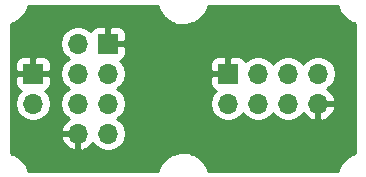
<source format=gbr>
%TF.GenerationSoftware,KiCad,Pcbnew,(5.1.10)-1*%
%TF.CreationDate,2021-09-12T15:17:43+08:00*%
%TF.ProjectId,fc,66632e6b-6963-4616-945f-706362585858,rev?*%
%TF.SameCoordinates,Original*%
%TF.FileFunction,Copper,L2,Bot*%
%TF.FilePolarity,Positive*%
%FSLAX46Y46*%
G04 Gerber Fmt 4.6, Leading zero omitted, Abs format (unit mm)*
G04 Created by KiCad (PCBNEW (5.1.10)-1) date 2021-09-12 15:17:43*
%MOMM*%
%LPD*%
G01*
G04 APERTURE LIST*
%TA.AperFunction,ComponentPad*%
%ADD10R,1.700000X1.700000*%
%TD*%
%TA.AperFunction,ComponentPad*%
%ADD11O,1.700000X1.700000*%
%TD*%
%TA.AperFunction,ViaPad*%
%ADD12C,0.600000*%
%TD*%
%TA.AperFunction,Conductor*%
%ADD13C,0.254000*%
%TD*%
%TA.AperFunction,Conductor*%
%ADD14C,0.350000*%
%TD*%
%ADD15C,0.300000*%
%ADD16C,0.350000*%
G04 APERTURE END LIST*
D10*
%TO.P,J2,1*%
%TO.N,GND*%
X105410000Y-46990000D03*
D11*
%TO.P,J2,2*%
%TO.N,Net-(J2-Pad2)*%
X105410000Y-49530000D03*
%TO.P,J2,3*%
%TO.N,Net-(J2-Pad3)*%
X107950000Y-46990000D03*
%TO.P,J2,4*%
%TO.N,Net-(J2-Pad4)*%
X107950000Y-49530000D03*
%TO.P,J2,5*%
%TO.N,Net-(J2-Pad5)*%
X110490000Y-46990000D03*
%TO.P,J2,6*%
%TO.N,Net-(J2-Pad6)*%
X110490000Y-49530000D03*
%TO.P,J2,7*%
%TO.N,/5v_CON2*%
X113030000Y-46990000D03*
%TO.P,J2,8*%
%TO.N,GND*%
X113030000Y-49530000D03*
%TD*%
D10*
%TO.P,J1,1*%
%TO.N,GND*%
X95250000Y-44450000D03*
D11*
%TO.P,J1,2*%
%TO.N,/5v_CON1*%
X92710000Y-44450000D03*
%TO.P,J1,3*%
%TO.N,Net-(J1-Pad3)*%
X95250000Y-46990000D03*
%TO.P,J1,4*%
%TO.N,Net-(J1-Pad4)*%
X92710000Y-46990000D03*
%TO.P,J1,5*%
%TO.N,Net-(J1-Pad5)*%
X95250000Y-49530000D03*
%TO.P,J1,6*%
%TO.N,Net-(J1-Pad6)*%
X92710000Y-49530000D03*
%TO.P,J1,7*%
%TO.N,Net-(J1-Pad7)*%
X95250000Y-52070000D03*
%TO.P,J1,8*%
%TO.N,GND*%
X92710000Y-52070000D03*
%TD*%
%TO.P,J3,2*%
%TO.N,/5v_PWR*%
X88900000Y-49530000D03*
D10*
%TO.P,J3,1*%
%TO.N,GND*%
X88900000Y-46990000D03*
%TD*%
D12*
%TO.N,GND*%
X103124000Y-52070000D03*
X98806000Y-41910000D03*
X104394000Y-41910000D03*
%TD*%
D13*
%TO.N,GND*%
X99500277Y-41469870D02*
X99523817Y-41524792D01*
X99546637Y-41580159D01*
X99551021Y-41588265D01*
X99701456Y-41861904D01*
X99735221Y-41911217D01*
X99768355Y-41961088D01*
X99774230Y-41968188D01*
X99974951Y-42207397D01*
X100017680Y-42249241D01*
X100059838Y-42291694D01*
X100066980Y-42297519D01*
X100310340Y-42493185D01*
X100360392Y-42525938D01*
X100409987Y-42559391D01*
X100418119Y-42563714D01*
X100418123Y-42563717D01*
X100418127Y-42563719D01*
X100694854Y-42708388D01*
X100750289Y-42730785D01*
X100805461Y-42753978D01*
X100814283Y-42756641D01*
X101113844Y-42844807D01*
X101172560Y-42856007D01*
X101231202Y-42868045D01*
X101240373Y-42868944D01*
X101551353Y-42897245D01*
X101611171Y-42896827D01*
X101670988Y-42897245D01*
X101680160Y-42896345D01*
X101990715Y-42863704D01*
X102049291Y-42851680D01*
X102108070Y-42840468D01*
X102116892Y-42837804D01*
X102415192Y-42745465D01*
X102470335Y-42722285D01*
X102525800Y-42699876D01*
X102533937Y-42695549D01*
X102808621Y-42547028D01*
X102858205Y-42513583D01*
X102908268Y-42480823D01*
X102915409Y-42474999D01*
X103156013Y-42275953D01*
X103198154Y-42233518D01*
X103240903Y-42191654D01*
X103246777Y-42184554D01*
X103444138Y-41942565D01*
X103477241Y-41892741D01*
X103511036Y-41843385D01*
X103515419Y-41835279D01*
X103662019Y-41559565D01*
X103684799Y-41504296D01*
X103708381Y-41449276D01*
X103711105Y-41440473D01*
X103753516Y-41300000D01*
X114686495Y-41300000D01*
X114734535Y-41455192D01*
X114757715Y-41510335D01*
X114780124Y-41565800D01*
X114784451Y-41573937D01*
X114932972Y-41848621D01*
X114966417Y-41898205D01*
X114999177Y-41948268D01*
X115005001Y-41955409D01*
X115204047Y-42196013D01*
X115246482Y-42238154D01*
X115288346Y-42280903D01*
X115295446Y-42286777D01*
X115537435Y-42484138D01*
X115587259Y-42517241D01*
X115636615Y-42551036D01*
X115644721Y-42555419D01*
X115920435Y-42702019D01*
X115975704Y-42724799D01*
X116030724Y-42748381D01*
X116039527Y-42751105D01*
X116180001Y-42793516D01*
X116180000Y-53726495D01*
X116024808Y-53774535D01*
X115969653Y-53797720D01*
X115914200Y-53820124D01*
X115906068Y-53824449D01*
X115906063Y-53824451D01*
X115906059Y-53824454D01*
X115631379Y-53972972D01*
X115581795Y-54006417D01*
X115531732Y-54039177D01*
X115524591Y-54045001D01*
X115283987Y-54244046D01*
X115241863Y-54286465D01*
X115199097Y-54328345D01*
X115193223Y-54335446D01*
X114995862Y-54577435D01*
X114962759Y-54627259D01*
X114928964Y-54676615D01*
X114924581Y-54684721D01*
X114777981Y-54960434D01*
X114755189Y-55015731D01*
X114731619Y-55070725D01*
X114728895Y-55079528D01*
X114686484Y-55220000D01*
X103753609Y-55220000D01*
X103699723Y-55050130D01*
X103676157Y-54995147D01*
X103653362Y-54939841D01*
X103648979Y-54931735D01*
X103498544Y-54658095D01*
X103464755Y-54608748D01*
X103431645Y-54558913D01*
X103425771Y-54551812D01*
X103225049Y-54312603D01*
X103182319Y-54270759D01*
X103140161Y-54228305D01*
X103133020Y-54222481D01*
X102889660Y-54026814D01*
X102839600Y-53994055D01*
X102790014Y-53960609D01*
X102781877Y-53956283D01*
X102505146Y-53811612D01*
X102449711Y-53789215D01*
X102394539Y-53766022D01*
X102385717Y-53763359D01*
X102086156Y-53675193D01*
X102027440Y-53663993D01*
X101968798Y-53651955D01*
X101959627Y-53651056D01*
X101648647Y-53622755D01*
X101588830Y-53623173D01*
X101529012Y-53622755D01*
X101519841Y-53623655D01*
X101519839Y-53623655D01*
X101209285Y-53656296D01*
X101150709Y-53668320D01*
X101091930Y-53679532D01*
X101083108Y-53682196D01*
X100784808Y-53774535D01*
X100729653Y-53797720D01*
X100674200Y-53820124D01*
X100666068Y-53824449D01*
X100666063Y-53824451D01*
X100666059Y-53824454D01*
X100391379Y-53972972D01*
X100341795Y-54006417D01*
X100291732Y-54039177D01*
X100284591Y-54045001D01*
X100043987Y-54244046D01*
X100001863Y-54286465D01*
X99959097Y-54328345D01*
X99953223Y-54335446D01*
X99755862Y-54577435D01*
X99722759Y-54627259D01*
X99688964Y-54676615D01*
X99684581Y-54684721D01*
X99537981Y-54960434D01*
X99515189Y-55015731D01*
X99491619Y-55070725D01*
X99488895Y-55079528D01*
X99446484Y-55220000D01*
X88513505Y-55220000D01*
X88465465Y-55064808D01*
X88442280Y-55009653D01*
X88419876Y-54954200D01*
X88415549Y-54946064D01*
X88415549Y-54946063D01*
X88415546Y-54946059D01*
X88267028Y-54671379D01*
X88233583Y-54621795D01*
X88200823Y-54571732D01*
X88194999Y-54564591D01*
X87995954Y-54323987D01*
X87953535Y-54281863D01*
X87911655Y-54239097D01*
X87904554Y-54233223D01*
X87662565Y-54035862D01*
X87612741Y-54002759D01*
X87563385Y-53968964D01*
X87555279Y-53964581D01*
X87279566Y-53817981D01*
X87224269Y-53795189D01*
X87169275Y-53771619D01*
X87160472Y-53768895D01*
X87020000Y-53726484D01*
X87020000Y-52426890D01*
X91268524Y-52426890D01*
X91313175Y-52574099D01*
X91438359Y-52836920D01*
X91612412Y-53070269D01*
X91828645Y-53265178D01*
X92078748Y-53414157D01*
X92353109Y-53511481D01*
X92583000Y-53390814D01*
X92583000Y-52197000D01*
X91389845Y-52197000D01*
X91268524Y-52426890D01*
X87020000Y-52426890D01*
X87020000Y-47840000D01*
X87411928Y-47840000D01*
X87424188Y-47964482D01*
X87460498Y-48084180D01*
X87519463Y-48194494D01*
X87598815Y-48291185D01*
X87695506Y-48370537D01*
X87805820Y-48429502D01*
X87878380Y-48451513D01*
X87746525Y-48583368D01*
X87584010Y-48826589D01*
X87472068Y-49096842D01*
X87415000Y-49383740D01*
X87415000Y-49676260D01*
X87472068Y-49963158D01*
X87584010Y-50233411D01*
X87746525Y-50476632D01*
X87953368Y-50683475D01*
X88196589Y-50845990D01*
X88466842Y-50957932D01*
X88753740Y-51015000D01*
X89046260Y-51015000D01*
X89333158Y-50957932D01*
X89603411Y-50845990D01*
X89846632Y-50683475D01*
X90053475Y-50476632D01*
X90215990Y-50233411D01*
X90327932Y-49963158D01*
X90385000Y-49676260D01*
X90385000Y-49383740D01*
X90327932Y-49096842D01*
X90215990Y-48826589D01*
X90053475Y-48583368D01*
X89921620Y-48451513D01*
X89994180Y-48429502D01*
X90104494Y-48370537D01*
X90201185Y-48291185D01*
X90280537Y-48194494D01*
X90339502Y-48084180D01*
X90375812Y-47964482D01*
X90388072Y-47840000D01*
X90385000Y-47275750D01*
X90226250Y-47117000D01*
X89027000Y-47117000D01*
X89027000Y-47137000D01*
X88773000Y-47137000D01*
X88773000Y-47117000D01*
X87573750Y-47117000D01*
X87415000Y-47275750D01*
X87411928Y-47840000D01*
X87020000Y-47840000D01*
X87020000Y-46140000D01*
X87411928Y-46140000D01*
X87415000Y-46704250D01*
X87573750Y-46863000D01*
X88773000Y-46863000D01*
X88773000Y-45663750D01*
X89027000Y-45663750D01*
X89027000Y-46863000D01*
X90226250Y-46863000D01*
X90385000Y-46704250D01*
X90388072Y-46140000D01*
X90375812Y-46015518D01*
X90339502Y-45895820D01*
X90280537Y-45785506D01*
X90201185Y-45688815D01*
X90104494Y-45609463D01*
X89994180Y-45550498D01*
X89874482Y-45514188D01*
X89750000Y-45501928D01*
X89185750Y-45505000D01*
X89027000Y-45663750D01*
X88773000Y-45663750D01*
X88614250Y-45505000D01*
X88050000Y-45501928D01*
X87925518Y-45514188D01*
X87805820Y-45550498D01*
X87695506Y-45609463D01*
X87598815Y-45688815D01*
X87519463Y-45785506D01*
X87460498Y-45895820D01*
X87424188Y-46015518D01*
X87411928Y-46140000D01*
X87020000Y-46140000D01*
X87020000Y-44303740D01*
X91225000Y-44303740D01*
X91225000Y-44596260D01*
X91282068Y-44883158D01*
X91394010Y-45153411D01*
X91556525Y-45396632D01*
X91763368Y-45603475D01*
X91937760Y-45720000D01*
X91763368Y-45836525D01*
X91556525Y-46043368D01*
X91394010Y-46286589D01*
X91282068Y-46556842D01*
X91225000Y-46843740D01*
X91225000Y-47136260D01*
X91282068Y-47423158D01*
X91394010Y-47693411D01*
X91556525Y-47936632D01*
X91763368Y-48143475D01*
X91937760Y-48260000D01*
X91763368Y-48376525D01*
X91556525Y-48583368D01*
X91394010Y-48826589D01*
X91282068Y-49096842D01*
X91225000Y-49383740D01*
X91225000Y-49676260D01*
X91282068Y-49963158D01*
X91394010Y-50233411D01*
X91556525Y-50476632D01*
X91763368Y-50683475D01*
X91945534Y-50805195D01*
X91828645Y-50874822D01*
X91612412Y-51069731D01*
X91438359Y-51303080D01*
X91313175Y-51565901D01*
X91268524Y-51713110D01*
X91389845Y-51943000D01*
X92583000Y-51943000D01*
X92583000Y-51923000D01*
X92837000Y-51923000D01*
X92837000Y-51943000D01*
X92857000Y-51943000D01*
X92857000Y-52197000D01*
X92837000Y-52197000D01*
X92837000Y-53390814D01*
X93066891Y-53511481D01*
X93341252Y-53414157D01*
X93591355Y-53265178D01*
X93807588Y-53070269D01*
X93978900Y-52840594D01*
X94096525Y-53016632D01*
X94303368Y-53223475D01*
X94546589Y-53385990D01*
X94816842Y-53497932D01*
X95103740Y-53555000D01*
X95396260Y-53555000D01*
X95683158Y-53497932D01*
X95953411Y-53385990D01*
X96196632Y-53223475D01*
X96403475Y-53016632D01*
X96565990Y-52773411D01*
X96677932Y-52503158D01*
X96735000Y-52216260D01*
X96735000Y-51923740D01*
X96677932Y-51636842D01*
X96565990Y-51366589D01*
X96403475Y-51123368D01*
X96196632Y-50916525D01*
X96022240Y-50800000D01*
X96196632Y-50683475D01*
X96403475Y-50476632D01*
X96565990Y-50233411D01*
X96677932Y-49963158D01*
X96735000Y-49676260D01*
X96735000Y-49383740D01*
X96677932Y-49096842D01*
X96565990Y-48826589D01*
X96403475Y-48583368D01*
X96196632Y-48376525D01*
X96022240Y-48260000D01*
X96196632Y-48143475D01*
X96403475Y-47936632D01*
X96468042Y-47840000D01*
X103921928Y-47840000D01*
X103934188Y-47964482D01*
X103970498Y-48084180D01*
X104029463Y-48194494D01*
X104108815Y-48291185D01*
X104205506Y-48370537D01*
X104315820Y-48429502D01*
X104388380Y-48451513D01*
X104256525Y-48583368D01*
X104094010Y-48826589D01*
X103982068Y-49096842D01*
X103925000Y-49383740D01*
X103925000Y-49676260D01*
X103982068Y-49963158D01*
X104094010Y-50233411D01*
X104256525Y-50476632D01*
X104463368Y-50683475D01*
X104706589Y-50845990D01*
X104976842Y-50957932D01*
X105263740Y-51015000D01*
X105556260Y-51015000D01*
X105843158Y-50957932D01*
X106113411Y-50845990D01*
X106356632Y-50683475D01*
X106563475Y-50476632D01*
X106680000Y-50302240D01*
X106796525Y-50476632D01*
X107003368Y-50683475D01*
X107246589Y-50845990D01*
X107516842Y-50957932D01*
X107803740Y-51015000D01*
X108096260Y-51015000D01*
X108383158Y-50957932D01*
X108653411Y-50845990D01*
X108896632Y-50683475D01*
X109103475Y-50476632D01*
X109220000Y-50302240D01*
X109336525Y-50476632D01*
X109543368Y-50683475D01*
X109786589Y-50845990D01*
X110056842Y-50957932D01*
X110343740Y-51015000D01*
X110636260Y-51015000D01*
X110923158Y-50957932D01*
X111193411Y-50845990D01*
X111436632Y-50683475D01*
X111643475Y-50476632D01*
X111765195Y-50294466D01*
X111834822Y-50411355D01*
X112029731Y-50627588D01*
X112263080Y-50801641D01*
X112525901Y-50926825D01*
X112673110Y-50971476D01*
X112903000Y-50850155D01*
X112903000Y-49657000D01*
X113157000Y-49657000D01*
X113157000Y-50850155D01*
X113386890Y-50971476D01*
X113534099Y-50926825D01*
X113796920Y-50801641D01*
X114030269Y-50627588D01*
X114225178Y-50411355D01*
X114374157Y-50161252D01*
X114471481Y-49886891D01*
X114350814Y-49657000D01*
X113157000Y-49657000D01*
X112903000Y-49657000D01*
X112883000Y-49657000D01*
X112883000Y-49403000D01*
X112903000Y-49403000D01*
X112903000Y-49383000D01*
X113157000Y-49383000D01*
X113157000Y-49403000D01*
X114350814Y-49403000D01*
X114471481Y-49173109D01*
X114374157Y-48898748D01*
X114225178Y-48648645D01*
X114030269Y-48432412D01*
X113800594Y-48261100D01*
X113976632Y-48143475D01*
X114183475Y-47936632D01*
X114345990Y-47693411D01*
X114457932Y-47423158D01*
X114515000Y-47136260D01*
X114515000Y-46843740D01*
X114457932Y-46556842D01*
X114345990Y-46286589D01*
X114183475Y-46043368D01*
X113976632Y-45836525D01*
X113733411Y-45674010D01*
X113463158Y-45562068D01*
X113176260Y-45505000D01*
X112883740Y-45505000D01*
X112596842Y-45562068D01*
X112326589Y-45674010D01*
X112083368Y-45836525D01*
X111876525Y-46043368D01*
X111760000Y-46217760D01*
X111643475Y-46043368D01*
X111436632Y-45836525D01*
X111193411Y-45674010D01*
X110923158Y-45562068D01*
X110636260Y-45505000D01*
X110343740Y-45505000D01*
X110056842Y-45562068D01*
X109786589Y-45674010D01*
X109543368Y-45836525D01*
X109336525Y-46043368D01*
X109220000Y-46217760D01*
X109103475Y-46043368D01*
X108896632Y-45836525D01*
X108653411Y-45674010D01*
X108383158Y-45562068D01*
X108096260Y-45505000D01*
X107803740Y-45505000D01*
X107516842Y-45562068D01*
X107246589Y-45674010D01*
X107003368Y-45836525D01*
X106871513Y-45968380D01*
X106849502Y-45895820D01*
X106790537Y-45785506D01*
X106711185Y-45688815D01*
X106614494Y-45609463D01*
X106504180Y-45550498D01*
X106384482Y-45514188D01*
X106260000Y-45501928D01*
X105695750Y-45505000D01*
X105537000Y-45663750D01*
X105537000Y-46863000D01*
X105557000Y-46863000D01*
X105557000Y-47117000D01*
X105537000Y-47117000D01*
X105537000Y-47137000D01*
X105283000Y-47137000D01*
X105283000Y-47117000D01*
X104083750Y-47117000D01*
X103925000Y-47275750D01*
X103921928Y-47840000D01*
X96468042Y-47840000D01*
X96565990Y-47693411D01*
X96677932Y-47423158D01*
X96735000Y-47136260D01*
X96735000Y-46843740D01*
X96677932Y-46556842D01*
X96565990Y-46286589D01*
X96468043Y-46140000D01*
X103921928Y-46140000D01*
X103925000Y-46704250D01*
X104083750Y-46863000D01*
X105283000Y-46863000D01*
X105283000Y-45663750D01*
X105124250Y-45505000D01*
X104560000Y-45501928D01*
X104435518Y-45514188D01*
X104315820Y-45550498D01*
X104205506Y-45609463D01*
X104108815Y-45688815D01*
X104029463Y-45785506D01*
X103970498Y-45895820D01*
X103934188Y-46015518D01*
X103921928Y-46140000D01*
X96468043Y-46140000D01*
X96403475Y-46043368D01*
X96271620Y-45911513D01*
X96344180Y-45889502D01*
X96454494Y-45830537D01*
X96551185Y-45751185D01*
X96630537Y-45654494D01*
X96689502Y-45544180D01*
X96725812Y-45424482D01*
X96738072Y-45300000D01*
X96735000Y-44735750D01*
X96576250Y-44577000D01*
X95377000Y-44577000D01*
X95377000Y-44597000D01*
X95123000Y-44597000D01*
X95123000Y-44577000D01*
X95103000Y-44577000D01*
X95103000Y-44323000D01*
X95123000Y-44323000D01*
X95123000Y-43123750D01*
X95377000Y-43123750D01*
X95377000Y-44323000D01*
X96576250Y-44323000D01*
X96735000Y-44164250D01*
X96738072Y-43600000D01*
X96725812Y-43475518D01*
X96689502Y-43355820D01*
X96630537Y-43245506D01*
X96551185Y-43148815D01*
X96454494Y-43069463D01*
X96344180Y-43010498D01*
X96224482Y-42974188D01*
X96100000Y-42961928D01*
X95535750Y-42965000D01*
X95377000Y-43123750D01*
X95123000Y-43123750D01*
X94964250Y-42965000D01*
X94400000Y-42961928D01*
X94275518Y-42974188D01*
X94155820Y-43010498D01*
X94045506Y-43069463D01*
X93948815Y-43148815D01*
X93869463Y-43245506D01*
X93810498Y-43355820D01*
X93788487Y-43428380D01*
X93656632Y-43296525D01*
X93413411Y-43134010D01*
X93143158Y-43022068D01*
X92856260Y-42965000D01*
X92563740Y-42965000D01*
X92276842Y-43022068D01*
X92006589Y-43134010D01*
X91763368Y-43296525D01*
X91556525Y-43503368D01*
X91394010Y-43746589D01*
X91282068Y-44016842D01*
X91225000Y-44303740D01*
X87020000Y-44303740D01*
X87020000Y-42793505D01*
X87175192Y-42745465D01*
X87230335Y-42722285D01*
X87285800Y-42699876D01*
X87293937Y-42695549D01*
X87568621Y-42547028D01*
X87618205Y-42513583D01*
X87668268Y-42480823D01*
X87675409Y-42474999D01*
X87916013Y-42275953D01*
X87958154Y-42233518D01*
X88000903Y-42191654D01*
X88006777Y-42184554D01*
X88204138Y-41942565D01*
X88237241Y-41892741D01*
X88271036Y-41843385D01*
X88275419Y-41835279D01*
X88422019Y-41559565D01*
X88444799Y-41504296D01*
X88468381Y-41449276D01*
X88471105Y-41440473D01*
X88513516Y-41300000D01*
X99446391Y-41300000D01*
X99500277Y-41469870D01*
%TA.AperFunction,Conductor*%
D14*
G36*
X99500277Y-41469870D02*
G01*
X99523817Y-41524792D01*
X99546637Y-41580159D01*
X99551021Y-41588265D01*
X99701456Y-41861904D01*
X99735221Y-41911217D01*
X99768355Y-41961088D01*
X99774230Y-41968188D01*
X99974951Y-42207397D01*
X100017680Y-42249241D01*
X100059838Y-42291694D01*
X100066980Y-42297519D01*
X100310340Y-42493185D01*
X100360392Y-42525938D01*
X100409987Y-42559391D01*
X100418119Y-42563714D01*
X100418123Y-42563717D01*
X100418127Y-42563719D01*
X100694854Y-42708388D01*
X100750289Y-42730785D01*
X100805461Y-42753978D01*
X100814283Y-42756641D01*
X101113844Y-42844807D01*
X101172560Y-42856007D01*
X101231202Y-42868045D01*
X101240373Y-42868944D01*
X101551353Y-42897245D01*
X101611171Y-42896827D01*
X101670988Y-42897245D01*
X101680160Y-42896345D01*
X101990715Y-42863704D01*
X102049291Y-42851680D01*
X102108070Y-42840468D01*
X102116892Y-42837804D01*
X102415192Y-42745465D01*
X102470335Y-42722285D01*
X102525800Y-42699876D01*
X102533937Y-42695549D01*
X102808621Y-42547028D01*
X102858205Y-42513583D01*
X102908268Y-42480823D01*
X102915409Y-42474999D01*
X103156013Y-42275953D01*
X103198154Y-42233518D01*
X103240903Y-42191654D01*
X103246777Y-42184554D01*
X103444138Y-41942565D01*
X103477241Y-41892741D01*
X103511036Y-41843385D01*
X103515419Y-41835279D01*
X103662019Y-41559565D01*
X103684799Y-41504296D01*
X103708381Y-41449276D01*
X103711105Y-41440473D01*
X103753516Y-41300000D01*
X114686495Y-41300000D01*
X114734535Y-41455192D01*
X114757715Y-41510335D01*
X114780124Y-41565800D01*
X114784451Y-41573937D01*
X114932972Y-41848621D01*
X114966417Y-41898205D01*
X114999177Y-41948268D01*
X115005001Y-41955409D01*
X115204047Y-42196013D01*
X115246482Y-42238154D01*
X115288346Y-42280903D01*
X115295446Y-42286777D01*
X115537435Y-42484138D01*
X115587259Y-42517241D01*
X115636615Y-42551036D01*
X115644721Y-42555419D01*
X115920435Y-42702019D01*
X115975704Y-42724799D01*
X116030724Y-42748381D01*
X116039527Y-42751105D01*
X116180001Y-42793516D01*
X116180000Y-53726495D01*
X116024808Y-53774535D01*
X115969653Y-53797720D01*
X115914200Y-53820124D01*
X115906068Y-53824449D01*
X115906063Y-53824451D01*
X115906059Y-53824454D01*
X115631379Y-53972972D01*
X115581795Y-54006417D01*
X115531732Y-54039177D01*
X115524591Y-54045001D01*
X115283987Y-54244046D01*
X115241863Y-54286465D01*
X115199097Y-54328345D01*
X115193223Y-54335446D01*
X114995862Y-54577435D01*
X114962759Y-54627259D01*
X114928964Y-54676615D01*
X114924581Y-54684721D01*
X114777981Y-54960434D01*
X114755189Y-55015731D01*
X114731619Y-55070725D01*
X114728895Y-55079528D01*
X114686484Y-55220000D01*
X103753609Y-55220000D01*
X103699723Y-55050130D01*
X103676157Y-54995147D01*
X103653362Y-54939841D01*
X103648979Y-54931735D01*
X103498544Y-54658095D01*
X103464755Y-54608748D01*
X103431645Y-54558913D01*
X103425771Y-54551812D01*
X103225049Y-54312603D01*
X103182319Y-54270759D01*
X103140161Y-54228305D01*
X103133020Y-54222481D01*
X102889660Y-54026814D01*
X102839600Y-53994055D01*
X102790014Y-53960609D01*
X102781877Y-53956283D01*
X102505146Y-53811612D01*
X102449711Y-53789215D01*
X102394539Y-53766022D01*
X102385717Y-53763359D01*
X102086156Y-53675193D01*
X102027440Y-53663993D01*
X101968798Y-53651955D01*
X101959627Y-53651056D01*
X101648647Y-53622755D01*
X101588830Y-53623173D01*
X101529012Y-53622755D01*
X101519841Y-53623655D01*
X101519839Y-53623655D01*
X101209285Y-53656296D01*
X101150709Y-53668320D01*
X101091930Y-53679532D01*
X101083108Y-53682196D01*
X100784808Y-53774535D01*
X100729653Y-53797720D01*
X100674200Y-53820124D01*
X100666068Y-53824449D01*
X100666063Y-53824451D01*
X100666059Y-53824454D01*
X100391379Y-53972972D01*
X100341795Y-54006417D01*
X100291732Y-54039177D01*
X100284591Y-54045001D01*
X100043987Y-54244046D01*
X100001863Y-54286465D01*
X99959097Y-54328345D01*
X99953223Y-54335446D01*
X99755862Y-54577435D01*
X99722759Y-54627259D01*
X99688964Y-54676615D01*
X99684581Y-54684721D01*
X99537981Y-54960434D01*
X99515189Y-55015731D01*
X99491619Y-55070725D01*
X99488895Y-55079528D01*
X99446484Y-55220000D01*
X88513505Y-55220000D01*
X88465465Y-55064808D01*
X88442280Y-55009653D01*
X88419876Y-54954200D01*
X88415549Y-54946064D01*
X88415549Y-54946063D01*
X88415546Y-54946059D01*
X88267028Y-54671379D01*
X88233583Y-54621795D01*
X88200823Y-54571732D01*
X88194999Y-54564591D01*
X87995954Y-54323987D01*
X87953535Y-54281863D01*
X87911655Y-54239097D01*
X87904554Y-54233223D01*
X87662565Y-54035862D01*
X87612741Y-54002759D01*
X87563385Y-53968964D01*
X87555279Y-53964581D01*
X87279566Y-53817981D01*
X87224269Y-53795189D01*
X87169275Y-53771619D01*
X87160472Y-53768895D01*
X87020000Y-53726484D01*
X87020000Y-52426890D01*
X91268524Y-52426890D01*
X91313175Y-52574099D01*
X91438359Y-52836920D01*
X91612412Y-53070269D01*
X91828645Y-53265178D01*
X92078748Y-53414157D01*
X92353109Y-53511481D01*
X92583000Y-53390814D01*
X92583000Y-52197000D01*
X91389845Y-52197000D01*
X91268524Y-52426890D01*
X87020000Y-52426890D01*
X87020000Y-47840000D01*
X87411928Y-47840000D01*
X87424188Y-47964482D01*
X87460498Y-48084180D01*
X87519463Y-48194494D01*
X87598815Y-48291185D01*
X87695506Y-48370537D01*
X87805820Y-48429502D01*
X87878380Y-48451513D01*
X87746525Y-48583368D01*
X87584010Y-48826589D01*
X87472068Y-49096842D01*
X87415000Y-49383740D01*
X87415000Y-49676260D01*
X87472068Y-49963158D01*
X87584010Y-50233411D01*
X87746525Y-50476632D01*
X87953368Y-50683475D01*
X88196589Y-50845990D01*
X88466842Y-50957932D01*
X88753740Y-51015000D01*
X89046260Y-51015000D01*
X89333158Y-50957932D01*
X89603411Y-50845990D01*
X89846632Y-50683475D01*
X90053475Y-50476632D01*
X90215990Y-50233411D01*
X90327932Y-49963158D01*
X90385000Y-49676260D01*
X90385000Y-49383740D01*
X90327932Y-49096842D01*
X90215990Y-48826589D01*
X90053475Y-48583368D01*
X89921620Y-48451513D01*
X89994180Y-48429502D01*
X90104494Y-48370537D01*
X90201185Y-48291185D01*
X90280537Y-48194494D01*
X90339502Y-48084180D01*
X90375812Y-47964482D01*
X90388072Y-47840000D01*
X90385000Y-47275750D01*
X90226250Y-47117000D01*
X89027000Y-47117000D01*
X89027000Y-47137000D01*
X88773000Y-47137000D01*
X88773000Y-47117000D01*
X87573750Y-47117000D01*
X87415000Y-47275750D01*
X87411928Y-47840000D01*
X87020000Y-47840000D01*
X87020000Y-46140000D01*
X87411928Y-46140000D01*
X87415000Y-46704250D01*
X87573750Y-46863000D01*
X88773000Y-46863000D01*
X88773000Y-45663750D01*
X89027000Y-45663750D01*
X89027000Y-46863000D01*
X90226250Y-46863000D01*
X90385000Y-46704250D01*
X90388072Y-46140000D01*
X90375812Y-46015518D01*
X90339502Y-45895820D01*
X90280537Y-45785506D01*
X90201185Y-45688815D01*
X90104494Y-45609463D01*
X89994180Y-45550498D01*
X89874482Y-45514188D01*
X89750000Y-45501928D01*
X89185750Y-45505000D01*
X89027000Y-45663750D01*
X88773000Y-45663750D01*
X88614250Y-45505000D01*
X88050000Y-45501928D01*
X87925518Y-45514188D01*
X87805820Y-45550498D01*
X87695506Y-45609463D01*
X87598815Y-45688815D01*
X87519463Y-45785506D01*
X87460498Y-45895820D01*
X87424188Y-46015518D01*
X87411928Y-46140000D01*
X87020000Y-46140000D01*
X87020000Y-44303740D01*
X91225000Y-44303740D01*
X91225000Y-44596260D01*
X91282068Y-44883158D01*
X91394010Y-45153411D01*
X91556525Y-45396632D01*
X91763368Y-45603475D01*
X91937760Y-45720000D01*
X91763368Y-45836525D01*
X91556525Y-46043368D01*
X91394010Y-46286589D01*
X91282068Y-46556842D01*
X91225000Y-46843740D01*
X91225000Y-47136260D01*
X91282068Y-47423158D01*
X91394010Y-47693411D01*
X91556525Y-47936632D01*
X91763368Y-48143475D01*
X91937760Y-48260000D01*
X91763368Y-48376525D01*
X91556525Y-48583368D01*
X91394010Y-48826589D01*
X91282068Y-49096842D01*
X91225000Y-49383740D01*
X91225000Y-49676260D01*
X91282068Y-49963158D01*
X91394010Y-50233411D01*
X91556525Y-50476632D01*
X91763368Y-50683475D01*
X91945534Y-50805195D01*
X91828645Y-50874822D01*
X91612412Y-51069731D01*
X91438359Y-51303080D01*
X91313175Y-51565901D01*
X91268524Y-51713110D01*
X91389845Y-51943000D01*
X92583000Y-51943000D01*
X92583000Y-51923000D01*
X92837000Y-51923000D01*
X92837000Y-51943000D01*
X92857000Y-51943000D01*
X92857000Y-52197000D01*
X92837000Y-52197000D01*
X92837000Y-53390814D01*
X93066891Y-53511481D01*
X93341252Y-53414157D01*
X93591355Y-53265178D01*
X93807588Y-53070269D01*
X93978900Y-52840594D01*
X94096525Y-53016632D01*
X94303368Y-53223475D01*
X94546589Y-53385990D01*
X94816842Y-53497932D01*
X95103740Y-53555000D01*
X95396260Y-53555000D01*
X95683158Y-53497932D01*
X95953411Y-53385990D01*
X96196632Y-53223475D01*
X96403475Y-53016632D01*
X96565990Y-52773411D01*
X96677932Y-52503158D01*
X96735000Y-52216260D01*
X96735000Y-51923740D01*
X96677932Y-51636842D01*
X96565990Y-51366589D01*
X96403475Y-51123368D01*
X96196632Y-50916525D01*
X96022240Y-50800000D01*
X96196632Y-50683475D01*
X96403475Y-50476632D01*
X96565990Y-50233411D01*
X96677932Y-49963158D01*
X96735000Y-49676260D01*
X96735000Y-49383740D01*
X96677932Y-49096842D01*
X96565990Y-48826589D01*
X96403475Y-48583368D01*
X96196632Y-48376525D01*
X96022240Y-48260000D01*
X96196632Y-48143475D01*
X96403475Y-47936632D01*
X96468042Y-47840000D01*
X103921928Y-47840000D01*
X103934188Y-47964482D01*
X103970498Y-48084180D01*
X104029463Y-48194494D01*
X104108815Y-48291185D01*
X104205506Y-48370537D01*
X104315820Y-48429502D01*
X104388380Y-48451513D01*
X104256525Y-48583368D01*
X104094010Y-48826589D01*
X103982068Y-49096842D01*
X103925000Y-49383740D01*
X103925000Y-49676260D01*
X103982068Y-49963158D01*
X104094010Y-50233411D01*
X104256525Y-50476632D01*
X104463368Y-50683475D01*
X104706589Y-50845990D01*
X104976842Y-50957932D01*
X105263740Y-51015000D01*
X105556260Y-51015000D01*
X105843158Y-50957932D01*
X106113411Y-50845990D01*
X106356632Y-50683475D01*
X106563475Y-50476632D01*
X106680000Y-50302240D01*
X106796525Y-50476632D01*
X107003368Y-50683475D01*
X107246589Y-50845990D01*
X107516842Y-50957932D01*
X107803740Y-51015000D01*
X108096260Y-51015000D01*
X108383158Y-50957932D01*
X108653411Y-50845990D01*
X108896632Y-50683475D01*
X109103475Y-50476632D01*
X109220000Y-50302240D01*
X109336525Y-50476632D01*
X109543368Y-50683475D01*
X109786589Y-50845990D01*
X110056842Y-50957932D01*
X110343740Y-51015000D01*
X110636260Y-51015000D01*
X110923158Y-50957932D01*
X111193411Y-50845990D01*
X111436632Y-50683475D01*
X111643475Y-50476632D01*
X111765195Y-50294466D01*
X111834822Y-50411355D01*
X112029731Y-50627588D01*
X112263080Y-50801641D01*
X112525901Y-50926825D01*
X112673110Y-50971476D01*
X112903000Y-50850155D01*
X112903000Y-49657000D01*
X113157000Y-49657000D01*
X113157000Y-50850155D01*
X113386890Y-50971476D01*
X113534099Y-50926825D01*
X113796920Y-50801641D01*
X114030269Y-50627588D01*
X114225178Y-50411355D01*
X114374157Y-50161252D01*
X114471481Y-49886891D01*
X114350814Y-49657000D01*
X113157000Y-49657000D01*
X112903000Y-49657000D01*
X112883000Y-49657000D01*
X112883000Y-49403000D01*
X112903000Y-49403000D01*
X112903000Y-49383000D01*
X113157000Y-49383000D01*
X113157000Y-49403000D01*
X114350814Y-49403000D01*
X114471481Y-49173109D01*
X114374157Y-48898748D01*
X114225178Y-48648645D01*
X114030269Y-48432412D01*
X113800594Y-48261100D01*
X113976632Y-48143475D01*
X114183475Y-47936632D01*
X114345990Y-47693411D01*
X114457932Y-47423158D01*
X114515000Y-47136260D01*
X114515000Y-46843740D01*
X114457932Y-46556842D01*
X114345990Y-46286589D01*
X114183475Y-46043368D01*
X113976632Y-45836525D01*
X113733411Y-45674010D01*
X113463158Y-45562068D01*
X113176260Y-45505000D01*
X112883740Y-45505000D01*
X112596842Y-45562068D01*
X112326589Y-45674010D01*
X112083368Y-45836525D01*
X111876525Y-46043368D01*
X111760000Y-46217760D01*
X111643475Y-46043368D01*
X111436632Y-45836525D01*
X111193411Y-45674010D01*
X110923158Y-45562068D01*
X110636260Y-45505000D01*
X110343740Y-45505000D01*
X110056842Y-45562068D01*
X109786589Y-45674010D01*
X109543368Y-45836525D01*
X109336525Y-46043368D01*
X109220000Y-46217760D01*
X109103475Y-46043368D01*
X108896632Y-45836525D01*
X108653411Y-45674010D01*
X108383158Y-45562068D01*
X108096260Y-45505000D01*
X107803740Y-45505000D01*
X107516842Y-45562068D01*
X107246589Y-45674010D01*
X107003368Y-45836525D01*
X106871513Y-45968380D01*
X106849502Y-45895820D01*
X106790537Y-45785506D01*
X106711185Y-45688815D01*
X106614494Y-45609463D01*
X106504180Y-45550498D01*
X106384482Y-45514188D01*
X106260000Y-45501928D01*
X105695750Y-45505000D01*
X105537000Y-45663750D01*
X105537000Y-46863000D01*
X105557000Y-46863000D01*
X105557000Y-47117000D01*
X105537000Y-47117000D01*
X105537000Y-47137000D01*
X105283000Y-47137000D01*
X105283000Y-47117000D01*
X104083750Y-47117000D01*
X103925000Y-47275750D01*
X103921928Y-47840000D01*
X96468042Y-47840000D01*
X96565990Y-47693411D01*
X96677932Y-47423158D01*
X96735000Y-47136260D01*
X96735000Y-46843740D01*
X96677932Y-46556842D01*
X96565990Y-46286589D01*
X96468043Y-46140000D01*
X103921928Y-46140000D01*
X103925000Y-46704250D01*
X104083750Y-46863000D01*
X105283000Y-46863000D01*
X105283000Y-45663750D01*
X105124250Y-45505000D01*
X104560000Y-45501928D01*
X104435518Y-45514188D01*
X104315820Y-45550498D01*
X104205506Y-45609463D01*
X104108815Y-45688815D01*
X104029463Y-45785506D01*
X103970498Y-45895820D01*
X103934188Y-46015518D01*
X103921928Y-46140000D01*
X96468043Y-46140000D01*
X96403475Y-46043368D01*
X96271620Y-45911513D01*
X96344180Y-45889502D01*
X96454494Y-45830537D01*
X96551185Y-45751185D01*
X96630537Y-45654494D01*
X96689502Y-45544180D01*
X96725812Y-45424482D01*
X96738072Y-45300000D01*
X96735000Y-44735750D01*
X96576250Y-44577000D01*
X95377000Y-44577000D01*
X95377000Y-44597000D01*
X95123000Y-44597000D01*
X95123000Y-44577000D01*
X95103000Y-44577000D01*
X95103000Y-44323000D01*
X95123000Y-44323000D01*
X95123000Y-43123750D01*
X95377000Y-43123750D01*
X95377000Y-44323000D01*
X96576250Y-44323000D01*
X96735000Y-44164250D01*
X96738072Y-43600000D01*
X96725812Y-43475518D01*
X96689502Y-43355820D01*
X96630537Y-43245506D01*
X96551185Y-43148815D01*
X96454494Y-43069463D01*
X96344180Y-43010498D01*
X96224482Y-42974188D01*
X96100000Y-42961928D01*
X95535750Y-42965000D01*
X95377000Y-43123750D01*
X95123000Y-43123750D01*
X94964250Y-42965000D01*
X94400000Y-42961928D01*
X94275518Y-42974188D01*
X94155820Y-43010498D01*
X94045506Y-43069463D01*
X93948815Y-43148815D01*
X93869463Y-43245506D01*
X93810498Y-43355820D01*
X93788487Y-43428380D01*
X93656632Y-43296525D01*
X93413411Y-43134010D01*
X93143158Y-43022068D01*
X92856260Y-42965000D01*
X92563740Y-42965000D01*
X92276842Y-43022068D01*
X92006589Y-43134010D01*
X91763368Y-43296525D01*
X91556525Y-43503368D01*
X91394010Y-43746589D01*
X91282068Y-44016842D01*
X91225000Y-44303740D01*
X87020000Y-44303740D01*
X87020000Y-42793505D01*
X87175192Y-42745465D01*
X87230335Y-42722285D01*
X87285800Y-42699876D01*
X87293937Y-42695549D01*
X87568621Y-42547028D01*
X87618205Y-42513583D01*
X87668268Y-42480823D01*
X87675409Y-42474999D01*
X87916013Y-42275953D01*
X87958154Y-42233518D01*
X88000903Y-42191654D01*
X88006777Y-42184554D01*
X88204138Y-41942565D01*
X88237241Y-41892741D01*
X88271036Y-41843385D01*
X88275419Y-41835279D01*
X88422019Y-41559565D01*
X88444799Y-41504296D01*
X88468381Y-41449276D01*
X88471105Y-41440473D01*
X88513516Y-41300000D01*
X99446391Y-41300000D01*
X99500277Y-41469870D01*
G37*
%TD.AperFunction*%
%TD*%
D15*
X103124000Y-52070000D03*
X98806000Y-41910000D03*
X104394000Y-41910000D03*
D16*
X105410000Y-46990000D03*
X105410000Y-49530000D03*
X107950000Y-46990000D03*
X107950000Y-49530000D03*
X110490000Y-46990000D03*
X110490000Y-49530000D03*
X113030000Y-46990000D03*
X113030000Y-49530000D03*
X95250000Y-44450000D03*
X92710000Y-44450000D03*
X95250000Y-46990000D03*
X92710000Y-46990000D03*
X95250000Y-49530000D03*
X92710000Y-49530000D03*
X95250000Y-52070000D03*
X92710000Y-52070000D03*
X88900000Y-49530000D03*
X88900000Y-46990000D03*
M02*

</source>
